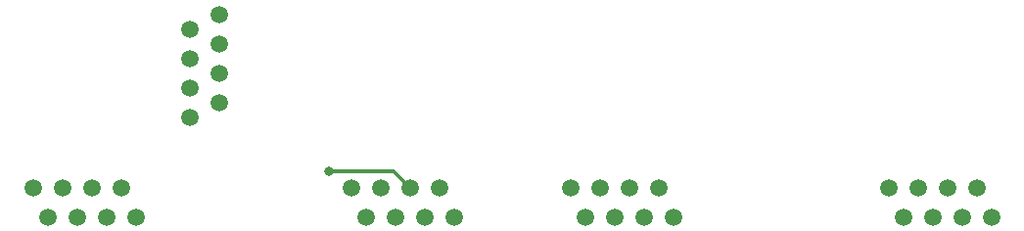
<source format=gbr>
%TF.GenerationSoftware,KiCad,Pcbnew,(6.0.11)*%
%TF.CreationDate,2024-03-01T18:21:46+00:00*%
%TF.ProjectId,BT66B_RJ45_JB,42543636-425f-4524-9a34-355f4a422e6b,rev?*%
%TF.SameCoordinates,Original*%
%TF.FileFunction,Copper,L1,Top*%
%TF.FilePolarity,Positive*%
%FSLAX46Y46*%
G04 Gerber Fmt 4.6, Leading zero omitted, Abs format (unit mm)*
G04 Created by KiCad (PCBNEW (6.0.11)) date 2024-03-01 18:21:46*
%MOMM*%
%LPD*%
G01*
G04 APERTURE LIST*
%TA.AperFunction,ComponentPad*%
%ADD10C,1.500000*%
%TD*%
%TA.AperFunction,ViaPad*%
%ADD11C,0.800000*%
%TD*%
%TA.AperFunction,Conductor*%
%ADD12C,0.300000*%
%TD*%
G04 APERTURE END LIST*
D10*
%TO.P,J1,1*%
%TO.N,unconnected-(J1-Pad1)*%
X110805000Y-101440000D03*
%TO.P,J1,2*%
%TO.N,unconnected-(J1-Pad2)*%
X109535000Y-98900000D03*
%TO.P,J1,3*%
%TO.N,unconnected-(J1-Pad3)*%
X108265000Y-101440000D03*
%TO.P,J1,4*%
%TO.N,/L1-*%
X106995000Y-98900000D03*
%TO.P,J1,5*%
%TO.N,/L1+*%
X105725000Y-101440000D03*
%TO.P,J1,6*%
%TO.N,unconnected-(J1-Pad6)*%
X104455000Y-98900000D03*
%TO.P,J1,7*%
%TO.N,unconnected-(J1-Pad7)*%
X103185000Y-101440000D03*
%TO.P,J1,8*%
%TO.N,unconnected-(J1-Pad8)*%
X101915000Y-98900000D03*
%TD*%
%TO.P,J5,1*%
%TO.N,/L3+*%
X118038000Y-83931000D03*
%TO.P,J5,2*%
%TO.N,/L3-*%
X115498000Y-85201000D03*
%TO.P,J5,3*%
%TO.N,/L2+*%
X118038000Y-86471000D03*
%TO.P,J5,4*%
%TO.N,/L1-*%
X115498000Y-87741000D03*
%TO.P,J5,5*%
%TO.N,/L1+*%
X118038000Y-89011000D03*
%TO.P,J5,6*%
%TO.N,/L2-*%
X115498000Y-90281000D03*
%TO.P,J5,7*%
%TO.N,/L4+*%
X118038000Y-91551000D03*
%TO.P,J5,8*%
%TO.N,/L4-*%
X115498000Y-92821000D03*
%TD*%
%TO.P,J3,1*%
%TO.N,unconnected-(J3-Pad1)*%
X157305000Y-101440000D03*
%TO.P,J3,2*%
%TO.N,unconnected-(J3-Pad2)*%
X156035000Y-98900000D03*
%TO.P,J3,3*%
%TO.N,unconnected-(J3-Pad3)*%
X154765000Y-101440000D03*
%TO.P,J3,4*%
%TO.N,/L3-*%
X153495000Y-98900000D03*
%TO.P,J3,5*%
%TO.N,/L3+*%
X152225000Y-101440000D03*
%TO.P,J3,6*%
%TO.N,unconnected-(J3-Pad6)*%
X150955000Y-98900000D03*
%TO.P,J3,7*%
%TO.N,unconnected-(J3-Pad7)*%
X149685000Y-101440000D03*
%TO.P,J3,8*%
%TO.N,unconnected-(J3-Pad8)*%
X148415000Y-98900000D03*
%TD*%
%TO.P,J4,1*%
%TO.N,unconnected-(J4-Pad1)*%
X184805000Y-101440000D03*
%TO.P,J4,2*%
%TO.N,unconnected-(J4-Pad2)*%
X183535000Y-98900000D03*
%TO.P,J4,3*%
%TO.N,unconnected-(J4-Pad3)*%
X182265000Y-101440000D03*
%TO.P,J4,4*%
%TO.N,/L4-*%
X180995000Y-98900000D03*
%TO.P,J4,5*%
%TO.N,/L4+*%
X179725000Y-101440000D03*
%TO.P,J4,6*%
%TO.N,unconnected-(J4-Pad6)*%
X178455000Y-98900000D03*
%TO.P,J4,7*%
%TO.N,unconnected-(J4-Pad7)*%
X177185000Y-101440000D03*
%TO.P,J4,8*%
%TO.N,unconnected-(J4-Pad8)*%
X175915000Y-98900000D03*
%TD*%
%TO.P,J2,1*%
%TO.N,unconnected-(J2-Pad1)*%
X138305000Y-101440000D03*
%TO.P,J2,2*%
%TO.N,unconnected-(J2-Pad2)*%
X137035000Y-98900000D03*
%TO.P,J2,3*%
%TO.N,unconnected-(J2-Pad3)*%
X135765000Y-101440000D03*
%TO.P,J2,4*%
%TO.N,/L2-*%
X134495000Y-98900000D03*
%TO.P,J2,5*%
%TO.N,/L2+*%
X133225000Y-101440000D03*
%TO.P,J2,6*%
%TO.N,unconnected-(J2-Pad6)*%
X131955000Y-98900000D03*
%TO.P,J2,7*%
%TO.N,unconnected-(J2-Pad7)*%
X130685000Y-101440000D03*
%TO.P,J2,8*%
%TO.N,unconnected-(J2-Pad8)*%
X129415000Y-98900000D03*
%TD*%
D11*
%TO.N,/L2-*%
X127508000Y-97536000D03*
%TD*%
D12*
%TO.N,/L2-*%
X133131000Y-97536000D02*
X134495000Y-98900000D01*
X127508000Y-97536000D02*
X133131000Y-97536000D01*
%TD*%
M02*

</source>
